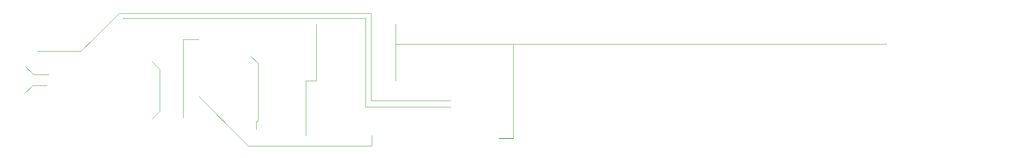
<source format=gbl>
*%FSLAX23Y23*%
*%MOIN*%
G01*
D17*
X7524Y7568D02*
X7661Y7431D01*
X7524Y7568D02*
X7339Y7754D01*
X8685Y7431D02*
X8717D01*
X8697D02*
X7661D01*
X8665Y7765D02*
X8709D01*
X9012D02*
X9390D01*
X9012D02*
X8709D01*
Y7817D02*
X9390D01*
X5961Y8041D02*
X5827D01*
X8154Y7986D02*
X8244D01*
X5945Y7946D02*
X5823D01*
X7106Y8340D02*
X7240D01*
X6598Y8521D02*
X8665D01*
X8709Y8565D02*
X8618D01*
X5827Y8041D02*
X5819Y8049D01*
X5760Y8108D01*
X5823Y7946D02*
X5752Y7876D01*
X6906Y7789D02*
Y7726D01*
Y7765D02*
Y8084D01*
X6839Y8151D01*
X6906Y7726D02*
X6839Y7659D01*
X7106Y7848D02*
Y8340D01*
Y7848D02*
Y7675D01*
X7240Y7852D02*
X7339Y7754D01*
X8154Y7706D02*
Y7986D01*
Y7706D02*
Y7517D01*
X8717Y7521D02*
Y7431D01*
X8665Y7765D02*
Y8521D01*
X8709Y8565D02*
Y7817D01*
D18*
X6559Y8565D02*
X6339Y8344D01*
X6235Y8240D02*
X5865D01*
X6559Y8565D02*
X8709D01*
X8665Y8521D02*
X6597D01*
X6245Y8250D02*
X6235Y8240D01*
X6245Y8250D02*
X6340Y8345D01*
X6595Y8520D02*
X6600Y8525D01*
X7746Y8137D02*
Y7646D01*
X7732Y7632D02*
Y7569D01*
X7746Y8137D02*
X7682Y8201D01*
X7746Y7646D02*
X7732Y7632D01*
X8709Y8439D02*
Y8565D01*
X8665Y8521D02*
Y8402D01*
D19*
X9390Y7765D02*
D03*
Y7817D02*
D03*
X8921Y8470D02*
D03*
Y7986D02*
D03*
X8717Y7521D02*
D03*
X8709Y7765D02*
D03*
Y7817D02*
D03*
X8244Y8470D02*
D03*
Y7986D02*
D03*
X8154Y7517D02*
D03*
X7661Y7431D02*
D03*
X7732Y7568D02*
D03*
X7106Y7675D02*
D03*
X6595Y8520D02*
D03*
D20*
X9803Y7494D02*
X9925D01*
X8244Y7986D02*
Y8470D01*
X8921D02*
Y7986D01*
D21*
X9799Y7498D02*
X9925D01*
X8921Y8301D02*
X13110D01*
X10146D02*
X9925D01*
X8921Y8293D02*
Y8470D01*
Y8301D01*
X9925D02*
Y7498D01*
D27*
X13211Y7828D02*
D03*
X13111D02*
D03*
X13211Y8065D02*
D03*
X13111D02*
D03*
X13211Y8301D02*
D03*
X13111D02*
D03*
X12137Y7927D02*
D03*
X12037D02*
D03*
X12162Y7497D02*
D03*
Y7797D02*
D03*
X12562Y7497D02*
D03*
Y7797D02*
D03*
X10981Y7497D02*
D03*
Y7797D02*
D03*
X11381Y7497D02*
D03*
Y7797D02*
D03*
X9800Y7497D02*
D03*
Y7797D02*
D03*
X10200Y7497D02*
D03*
Y7797D02*
D03*
X6839Y7852D02*
D03*
Y8152D02*
D03*
X7239Y7852D02*
D03*
Y8152D02*
D03*
Y7659D02*
D03*
Y7359D02*
D03*
X6839Y7659D02*
D03*
Y7359D02*
D03*
Y8344D02*
D03*
Y8644D02*
D03*
X7239Y8344D02*
D03*
Y8644D02*
D03*
X7682Y7802D02*
D03*
X7382D02*
D03*
X7682Y8202D02*
D03*
X7382D02*
D03*
X5872Y7643D02*
D03*
X5972Y7743D02*
D03*
X5872Y7743D02*
D03*
X5972Y7843D02*
D03*
X5872D02*
D03*
X5972Y7943D02*
D03*
X5872D02*
D03*
X5972Y8043D02*
D03*
X5872D02*
D03*
X5972Y8143D02*
D03*
X5872D02*
D03*
X5972Y8243D02*
D03*
X5872D02*
D03*
X5972Y8343D02*
D03*
X5872D02*
D03*
X6397Y8202D02*
D03*
X6697D02*
D03*
X6397Y7802D02*
D03*
X6697D02*
D03*
D31*
X5752Y7876D02*
D03*
X5760Y8108D02*
D03*
D35*
X14075Y8525D02*
D03*
Y7478D02*
D03*
X10177Y8525D02*
D03*
X6280D02*
D03*
Y7478D02*
D03*
D47*
X5972Y7643D02*
D03*
M02*

</source>
